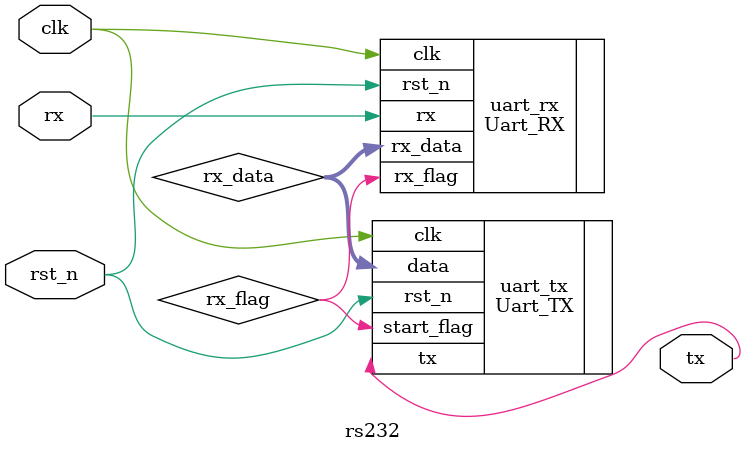
<source format=v>
module rs232(
    input wire clk,
    input wire rst_n,
    input wire rx,
    output wire tx
    );

wire rx_flag;
wire [7:0] rx_data;
wire [7:0] tx_data;

Uart_TX uart_tx(
    .clk(clk),
    .rst_n(rst_n),
    .data(rx_data),
    .start_flag(rx_flag),
    .tx(tx)
    );

Uart_RX uart_rx(
    .clk(clk),
    .rst_n(rst_n),
    .rx(rx),
    .rx_data(rx_data),
    .rx_flag(rx_flag)
    );
    
endmodule
</source>
